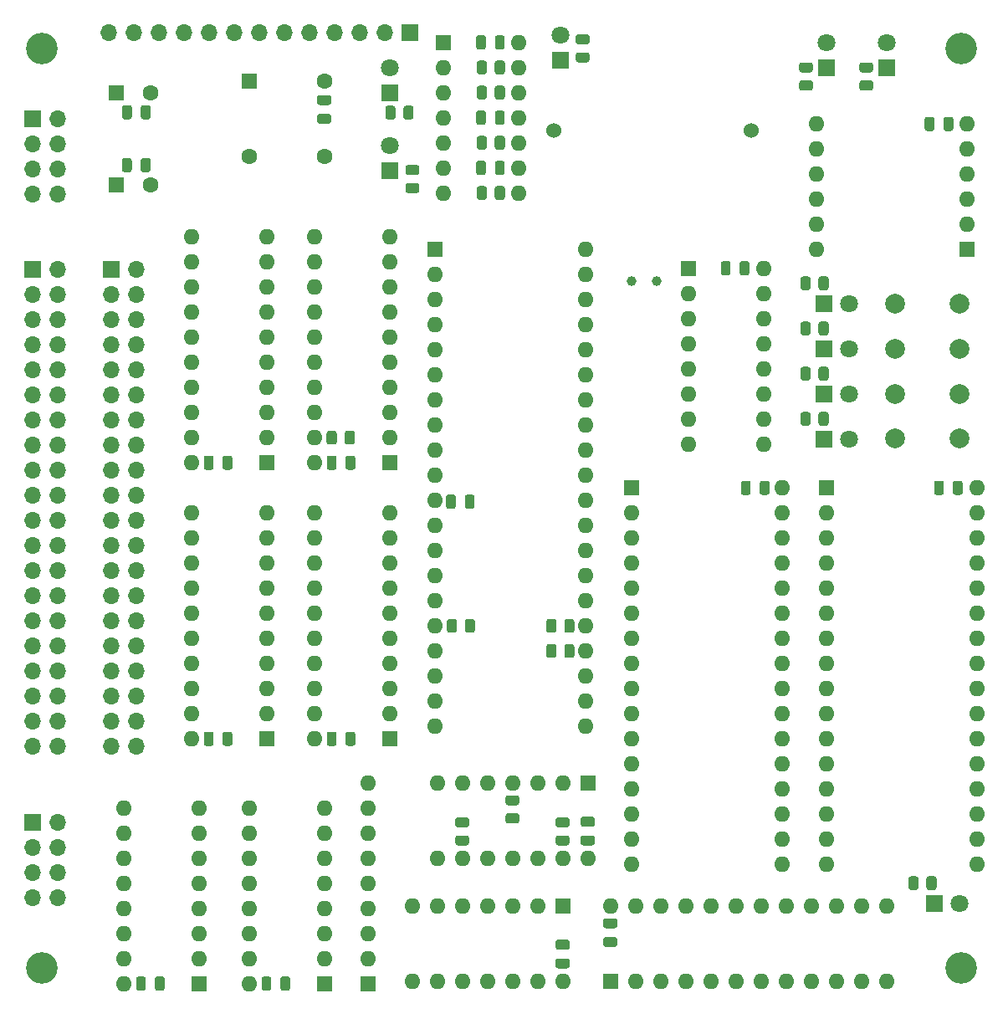
<source format=gbr>
%TF.GenerationSoftware,KiCad,Pcbnew,(5.1.9)-1*%
%TF.CreationDate,2021-05-23T14:47:50-04:00*%
%TF.ProjectId,cpu2,63707532-2e6b-4696-9361-645f70636258,rev?*%
%TF.SameCoordinates,Original*%
%TF.FileFunction,Soldermask,Bot*%
%TF.FilePolarity,Negative*%
%FSLAX46Y46*%
G04 Gerber Fmt 4.6, Leading zero omitted, Abs format (unit mm)*
G04 Created by KiCad (PCBNEW (5.1.9)-1) date 2021-05-23 14:47:50*
%MOMM*%
%LPD*%
G01*
G04 APERTURE LIST*
%ADD10C,3.200000*%
%ADD11C,1.800000*%
%ADD12R,1.800000X1.800000*%
%ADD13O,1.700000X1.700000*%
%ADD14R,1.700000X1.700000*%
%ADD15C,1.600000*%
%ADD16R,1.600000X1.600000*%
%ADD17C,2.000000*%
%ADD18O,1.600000X1.600000*%
%ADD19C,1.000000*%
%ADD20C,1.524000*%
G04 APERTURE END LIST*
D10*
%TO.C,M4*%
X23500000Y-116500000D03*
%TD*%
%TO.C,M3*%
X23500000Y-23500000D03*
%TD*%
%TO.C,M2*%
X116500000Y-116500000D03*
%TD*%
%TO.C,M1*%
X116500000Y-23500000D03*
%TD*%
%TO.C,R21*%
G36*
G01*
X102104000Y-61410001D02*
X102104000Y-60509999D01*
G75*
G02*
X102353999Y-60260000I249999J0D01*
G01*
X102879001Y-60260000D01*
G75*
G02*
X103129000Y-60509999I0J-249999D01*
G01*
X103129000Y-61410001D01*
G75*
G02*
X102879001Y-61660000I-249999J0D01*
G01*
X102353999Y-61660000D01*
G75*
G02*
X102104000Y-61410001I0J249999D01*
G01*
G37*
G36*
G01*
X100279000Y-61410001D02*
X100279000Y-60509999D01*
G75*
G02*
X100528999Y-60260000I249999J0D01*
G01*
X101054001Y-60260000D01*
G75*
G02*
X101304000Y-60509999I0J-249999D01*
G01*
X101304000Y-61410001D01*
G75*
G02*
X101054001Y-61660000I-249999J0D01*
G01*
X100528999Y-61660000D01*
G75*
G02*
X100279000Y-61410001I0J249999D01*
G01*
G37*
%TD*%
%TO.C,R20*%
G36*
G01*
X102104000Y-56838001D02*
X102104000Y-55937999D01*
G75*
G02*
X102353999Y-55688000I249999J0D01*
G01*
X102879001Y-55688000D01*
G75*
G02*
X103129000Y-55937999I0J-249999D01*
G01*
X103129000Y-56838001D01*
G75*
G02*
X102879001Y-57088000I-249999J0D01*
G01*
X102353999Y-57088000D01*
G75*
G02*
X102104000Y-56838001I0J249999D01*
G01*
G37*
G36*
G01*
X100279000Y-56838001D02*
X100279000Y-55937999D01*
G75*
G02*
X100528999Y-55688000I249999J0D01*
G01*
X101054001Y-55688000D01*
G75*
G02*
X101304000Y-55937999I0J-249999D01*
G01*
X101304000Y-56838001D01*
G75*
G02*
X101054001Y-57088000I-249999J0D01*
G01*
X100528999Y-57088000D01*
G75*
G02*
X100279000Y-56838001I0J249999D01*
G01*
G37*
%TD*%
D11*
%TO.C,D10*%
X105156000Y-62992000D03*
D12*
X102616000Y-62992000D03*
%TD*%
D11*
%TO.C,D9*%
X105156000Y-58420000D03*
D12*
X102616000Y-58420000D03*
%TD*%
%TO.C,R19*%
G36*
G01*
X113026000Y-108400001D02*
X113026000Y-107499999D01*
G75*
G02*
X113275999Y-107250000I249999J0D01*
G01*
X113801001Y-107250000D01*
G75*
G02*
X114051000Y-107499999I0J-249999D01*
G01*
X114051000Y-108400001D01*
G75*
G02*
X113801001Y-108650000I-249999J0D01*
G01*
X113275999Y-108650000D01*
G75*
G02*
X113026000Y-108400001I0J249999D01*
G01*
G37*
G36*
G01*
X111201000Y-108400001D02*
X111201000Y-107499999D01*
G75*
G02*
X111450999Y-107250000I249999J0D01*
G01*
X111976001Y-107250000D01*
G75*
G02*
X112226000Y-107499999I0J-249999D01*
G01*
X112226000Y-108400001D01*
G75*
G02*
X111976001Y-108650000I-249999J0D01*
G01*
X111450999Y-108650000D01*
G75*
G02*
X111201000Y-108400001I0J249999D01*
G01*
G37*
%TD*%
D11*
%TO.C,D8*%
X116332000Y-109982000D03*
D12*
X113792000Y-109982000D03*
%TD*%
%TO.C,R18*%
G36*
G01*
X107384001Y-25912500D02*
X106483999Y-25912500D01*
G75*
G02*
X106234000Y-25662501I0J249999D01*
G01*
X106234000Y-25137499D01*
G75*
G02*
X106483999Y-24887500I249999J0D01*
G01*
X107384001Y-24887500D01*
G75*
G02*
X107634000Y-25137499I0J-249999D01*
G01*
X107634000Y-25662501D01*
G75*
G02*
X107384001Y-25912500I-249999J0D01*
G01*
G37*
G36*
G01*
X107384001Y-27737500D02*
X106483999Y-27737500D01*
G75*
G02*
X106234000Y-27487501I0J249999D01*
G01*
X106234000Y-26962499D01*
G75*
G02*
X106483999Y-26712500I249999J0D01*
G01*
X107384001Y-26712500D01*
G75*
G02*
X107634000Y-26962499I0J-249999D01*
G01*
X107634000Y-27487501D01*
G75*
G02*
X107384001Y-27737500I-249999J0D01*
G01*
G37*
%TD*%
D11*
%TO.C,D7*%
X108966000Y-22860000D03*
D12*
X108966000Y-25400000D03*
%TD*%
%TO.C,R17*%
G36*
G01*
X101288001Y-25912500D02*
X100387999Y-25912500D01*
G75*
G02*
X100138000Y-25662501I0J249999D01*
G01*
X100138000Y-25137499D01*
G75*
G02*
X100387999Y-24887500I249999J0D01*
G01*
X101288001Y-24887500D01*
G75*
G02*
X101538000Y-25137499I0J-249999D01*
G01*
X101538000Y-25662501D01*
G75*
G02*
X101288001Y-25912500I-249999J0D01*
G01*
G37*
G36*
G01*
X101288001Y-27737500D02*
X100387999Y-27737500D01*
G75*
G02*
X100138000Y-27487501I0J249999D01*
G01*
X100138000Y-26962499D01*
G75*
G02*
X100387999Y-26712500I249999J0D01*
G01*
X101288001Y-26712500D01*
G75*
G02*
X101538000Y-26962499I0J-249999D01*
G01*
X101538000Y-27487501D01*
G75*
G02*
X101288001Y-27737500I-249999J0D01*
G01*
G37*
%TD*%
D11*
%TO.C,D6*%
X102870000Y-22860000D03*
D12*
X102870000Y-25400000D03*
%TD*%
D13*
%TO.C,J5*%
X30226000Y-21844000D03*
X32766000Y-21844000D03*
X35306000Y-21844000D03*
X37846000Y-21844000D03*
X40386000Y-21844000D03*
X42926000Y-21844000D03*
X45466000Y-21844000D03*
X48006000Y-21844000D03*
X50546000Y-21844000D03*
X53086000Y-21844000D03*
X55626000Y-21844000D03*
X58166000Y-21844000D03*
D14*
X60706000Y-21844000D03*
%TD*%
%TO.C,R16*%
G36*
G01*
X59290000Y-29521998D02*
X59290000Y-30422002D01*
G75*
G02*
X59040002Y-30672000I-249998J0D01*
G01*
X58514998Y-30672000D01*
G75*
G02*
X58265000Y-30422002I0J249998D01*
G01*
X58265000Y-29521998D01*
G75*
G02*
X58514998Y-29272000I249998J0D01*
G01*
X59040002Y-29272000D01*
G75*
G02*
X59290000Y-29521998I0J-249998D01*
G01*
G37*
G36*
G01*
X61115000Y-29521998D02*
X61115000Y-30422002D01*
G75*
G02*
X60865002Y-30672000I-249998J0D01*
G01*
X60339998Y-30672000D01*
G75*
G02*
X60090000Y-30422002I0J249998D01*
G01*
X60090000Y-29521998D01*
G75*
G02*
X60339998Y-29272000I249998J0D01*
G01*
X60865002Y-29272000D01*
G75*
G02*
X61115000Y-29521998I0J-249998D01*
G01*
G37*
%TD*%
%TO.C,R15*%
G36*
G01*
X61450002Y-36300000D02*
X60549998Y-36300000D01*
G75*
G02*
X60300000Y-36050002I0J249998D01*
G01*
X60300000Y-35524998D01*
G75*
G02*
X60549998Y-35275000I249998J0D01*
G01*
X61450002Y-35275000D01*
G75*
G02*
X61700000Y-35524998I0J-249998D01*
G01*
X61700000Y-36050002D01*
G75*
G02*
X61450002Y-36300000I-249998J0D01*
G01*
G37*
G36*
G01*
X61450002Y-38125000D02*
X60549998Y-38125000D01*
G75*
G02*
X60300000Y-37875002I0J249998D01*
G01*
X60300000Y-37349998D01*
G75*
G02*
X60549998Y-37100000I249998J0D01*
G01*
X61450002Y-37100000D01*
G75*
G02*
X61700000Y-37349998I0J-249998D01*
G01*
X61700000Y-37875002D01*
G75*
G02*
X61450002Y-38125000I-249998J0D01*
G01*
G37*
%TD*%
D11*
%TO.C,D5*%
X58674000Y-25400000D03*
D12*
X58674000Y-27940000D03*
%TD*%
D11*
%TO.C,D4*%
X58674000Y-33274000D03*
D12*
X58674000Y-35814000D03*
%TD*%
%TO.C,R14*%
G36*
G01*
X77781998Y-23871500D02*
X78682002Y-23871500D01*
G75*
G02*
X78932000Y-24121498I0J-249998D01*
G01*
X78932000Y-24646502D01*
G75*
G02*
X78682002Y-24896500I-249998J0D01*
G01*
X77781998Y-24896500D01*
G75*
G02*
X77532000Y-24646502I0J249998D01*
G01*
X77532000Y-24121498D01*
G75*
G02*
X77781998Y-23871500I249998J0D01*
G01*
G37*
G36*
G01*
X77781998Y-22046500D02*
X78682002Y-22046500D01*
G75*
G02*
X78932000Y-22296498I0J-249998D01*
G01*
X78932000Y-22821502D01*
G75*
G02*
X78682002Y-23071500I-249998J0D01*
G01*
X77781998Y-23071500D01*
G75*
G02*
X77532000Y-22821502I0J249998D01*
G01*
X77532000Y-22296498D01*
G75*
G02*
X77781998Y-22046500I249998J0D01*
G01*
G37*
%TD*%
D11*
%TO.C,D3*%
X75946000Y-22098000D03*
D12*
X75946000Y-24638000D03*
%TD*%
D15*
%TO.C,C3*%
X34500000Y-37300000D03*
D16*
X31000000Y-37300000D03*
%TD*%
D17*
%TO.C,SW2*%
X116332000Y-58420000D03*
X116332000Y-62920000D03*
X109832000Y-58420000D03*
X109832000Y-62920000D03*
%TD*%
%TO.C,SW1*%
X116332000Y-49348000D03*
X116332000Y-53848000D03*
X109832000Y-49348000D03*
X109832000Y-53848000D03*
%TD*%
D16*
%TO.C,U8*%
X88900000Y-45720000D03*
D18*
X96520000Y-63500000D03*
X88900000Y-48260000D03*
X96520000Y-60960000D03*
X88900000Y-50800000D03*
X96520000Y-58420000D03*
X88900000Y-53340000D03*
X96520000Y-55880000D03*
X88900000Y-55880000D03*
X96520000Y-53340000D03*
X88900000Y-58420000D03*
X96520000Y-50800000D03*
X88900000Y-60960000D03*
X96520000Y-48260000D03*
X88900000Y-63500000D03*
X96520000Y-45720000D03*
%TD*%
D19*
%TO.C,Y1*%
X85725000Y-46990000D03*
X83185000Y-46990000D03*
%TD*%
D20*
%TO.C,BT1*%
X75330000Y-31750000D03*
X95330000Y-31750000D03*
%TD*%
%TO.C,C23*%
G36*
G01*
X51595000Y-28202000D02*
X52545000Y-28202000D01*
G75*
G02*
X52795000Y-28452000I0J-250000D01*
G01*
X52795000Y-28952000D01*
G75*
G02*
X52545000Y-29202000I-250000J0D01*
G01*
X51595000Y-29202000D01*
G75*
G02*
X51345000Y-28952000I0J250000D01*
G01*
X51345000Y-28452000D01*
G75*
G02*
X51595000Y-28202000I250000J0D01*
G01*
G37*
G36*
G01*
X51595000Y-30102000D02*
X52545000Y-30102000D01*
G75*
G02*
X52795000Y-30352000I0J-250000D01*
G01*
X52795000Y-30852000D01*
G75*
G02*
X52545000Y-31102000I-250000J0D01*
G01*
X51595000Y-31102000D01*
G75*
G02*
X51345000Y-30852000I0J250000D01*
G01*
X51345000Y-30352000D01*
G75*
G02*
X51595000Y-30102000I250000J0D01*
G01*
G37*
%TD*%
%TO.C,C21*%
G36*
G01*
X33503900Y-35762200D02*
X33503900Y-34812200D01*
G75*
G02*
X33753900Y-34562200I250000J0D01*
G01*
X34253900Y-34562200D01*
G75*
G02*
X34503900Y-34812200I0J-250000D01*
G01*
X34503900Y-35762200D01*
G75*
G02*
X34253900Y-36012200I-250000J0D01*
G01*
X33753900Y-36012200D01*
G75*
G02*
X33503900Y-35762200I0J250000D01*
G01*
G37*
G36*
G01*
X31603900Y-35762200D02*
X31603900Y-34812200D01*
G75*
G02*
X31853900Y-34562200I250000J0D01*
G01*
X32353900Y-34562200D01*
G75*
G02*
X32603900Y-34812200I0J-250000D01*
G01*
X32603900Y-35762200D01*
G75*
G02*
X32353900Y-36012200I-250000J0D01*
G01*
X31853900Y-36012200D01*
G75*
G02*
X31603900Y-35762200I0J250000D01*
G01*
G37*
%TD*%
%TO.C,C20*%
G36*
G01*
X33503900Y-30408000D02*
X33503900Y-29458000D01*
G75*
G02*
X33753900Y-29208000I250000J0D01*
G01*
X34253900Y-29208000D01*
G75*
G02*
X34503900Y-29458000I0J-250000D01*
G01*
X34503900Y-30408000D01*
G75*
G02*
X34253900Y-30658000I-250000J0D01*
G01*
X33753900Y-30658000D01*
G75*
G02*
X33503900Y-30408000I0J250000D01*
G01*
G37*
G36*
G01*
X31603900Y-30408000D02*
X31603900Y-29458000D01*
G75*
G02*
X31853900Y-29208000I250000J0D01*
G01*
X32353900Y-29208000D01*
G75*
G02*
X32603900Y-29458000I0J-250000D01*
G01*
X32603900Y-30408000D01*
G75*
G02*
X32353900Y-30658000I-250000J0D01*
G01*
X31853900Y-30658000D01*
G75*
G02*
X31603900Y-30408000I0J250000D01*
G01*
G37*
%TD*%
%TO.C,C19*%
G36*
G01*
X79215000Y-102232000D02*
X78265000Y-102232000D01*
G75*
G02*
X78015000Y-101982000I0J250000D01*
G01*
X78015000Y-101482000D01*
G75*
G02*
X78265000Y-101232000I250000J0D01*
G01*
X79215000Y-101232000D01*
G75*
G02*
X79465000Y-101482000I0J-250000D01*
G01*
X79465000Y-101982000D01*
G75*
G02*
X79215000Y-102232000I-250000J0D01*
G01*
G37*
G36*
G01*
X79215000Y-104132000D02*
X78265000Y-104132000D01*
G75*
G02*
X78015000Y-103882000I0J250000D01*
G01*
X78015000Y-103382000D01*
G75*
G02*
X78265000Y-103132000I250000J0D01*
G01*
X79215000Y-103132000D01*
G75*
G02*
X79465000Y-103382000I0J-250000D01*
G01*
X79465000Y-103882000D01*
G75*
G02*
X79215000Y-104132000I-250000J0D01*
G01*
G37*
%TD*%
%TO.C,C18*%
G36*
G01*
X41786000Y-65880000D02*
X41786000Y-64930000D01*
G75*
G02*
X42036000Y-64680000I250000J0D01*
G01*
X42536000Y-64680000D01*
G75*
G02*
X42786000Y-64930000I0J-250000D01*
G01*
X42786000Y-65880000D01*
G75*
G02*
X42536000Y-66130000I-250000J0D01*
G01*
X42036000Y-66130000D01*
G75*
G02*
X41786000Y-65880000I0J250000D01*
G01*
G37*
G36*
G01*
X39886000Y-65880000D02*
X39886000Y-64930000D01*
G75*
G02*
X40136000Y-64680000I250000J0D01*
G01*
X40636000Y-64680000D01*
G75*
G02*
X40886000Y-64930000I0J-250000D01*
G01*
X40886000Y-65880000D01*
G75*
G02*
X40636000Y-66130000I-250000J0D01*
G01*
X40136000Y-66130000D01*
G75*
G02*
X39886000Y-65880000I0J250000D01*
G01*
G37*
%TD*%
%TO.C,C17*%
G36*
G01*
X54232000Y-93820000D02*
X54232000Y-92870000D01*
G75*
G02*
X54482000Y-92620000I250000J0D01*
G01*
X54982000Y-92620000D01*
G75*
G02*
X55232000Y-92870000I0J-250000D01*
G01*
X55232000Y-93820000D01*
G75*
G02*
X54982000Y-94070000I-250000J0D01*
G01*
X54482000Y-94070000D01*
G75*
G02*
X54232000Y-93820000I0J250000D01*
G01*
G37*
G36*
G01*
X52332000Y-93820000D02*
X52332000Y-92870000D01*
G75*
G02*
X52582000Y-92620000I250000J0D01*
G01*
X53082000Y-92620000D01*
G75*
G02*
X53332000Y-92870000I0J-250000D01*
G01*
X53332000Y-93820000D01*
G75*
G02*
X53082000Y-94070000I-250000J0D01*
G01*
X52582000Y-94070000D01*
G75*
G02*
X52332000Y-93820000I0J250000D01*
G01*
G37*
%TD*%
%TO.C,C16*%
G36*
G01*
X41786000Y-93820000D02*
X41786000Y-92870000D01*
G75*
G02*
X42036000Y-92620000I250000J0D01*
G01*
X42536000Y-92620000D01*
G75*
G02*
X42786000Y-92870000I0J-250000D01*
G01*
X42786000Y-93820000D01*
G75*
G02*
X42536000Y-94070000I-250000J0D01*
G01*
X42036000Y-94070000D01*
G75*
G02*
X41786000Y-93820000I0J250000D01*
G01*
G37*
G36*
G01*
X39886000Y-93820000D02*
X39886000Y-92870000D01*
G75*
G02*
X40136000Y-92620000I250000J0D01*
G01*
X40636000Y-92620000D01*
G75*
G02*
X40886000Y-92870000I0J-250000D01*
G01*
X40886000Y-93820000D01*
G75*
G02*
X40636000Y-94070000I-250000J0D01*
G01*
X40136000Y-94070000D01*
G75*
G02*
X39886000Y-93820000I0J250000D01*
G01*
G37*
%TD*%
%TO.C,C15*%
G36*
G01*
X47628000Y-118585000D02*
X47628000Y-117635000D01*
G75*
G02*
X47878000Y-117385000I250000J0D01*
G01*
X48378000Y-117385000D01*
G75*
G02*
X48628000Y-117635000I0J-250000D01*
G01*
X48628000Y-118585000D01*
G75*
G02*
X48378000Y-118835000I-250000J0D01*
G01*
X47878000Y-118835000D01*
G75*
G02*
X47628000Y-118585000I0J250000D01*
G01*
G37*
G36*
G01*
X45728000Y-118585000D02*
X45728000Y-117635000D01*
G75*
G02*
X45978000Y-117385000I250000J0D01*
G01*
X46478000Y-117385000D01*
G75*
G02*
X46728000Y-117635000I0J-250000D01*
G01*
X46728000Y-118585000D01*
G75*
G02*
X46478000Y-118835000I-250000J0D01*
G01*
X45978000Y-118835000D01*
G75*
G02*
X45728000Y-118585000I0J250000D01*
G01*
G37*
%TD*%
%TO.C,C14*%
G36*
G01*
X94247000Y-68420000D02*
X94247000Y-67470000D01*
G75*
G02*
X94497000Y-67220000I250000J0D01*
G01*
X94997000Y-67220000D01*
G75*
G02*
X95247000Y-67470000I0J-250000D01*
G01*
X95247000Y-68420000D01*
G75*
G02*
X94997000Y-68670000I-250000J0D01*
G01*
X94497000Y-68670000D01*
G75*
G02*
X94247000Y-68420000I0J250000D01*
G01*
G37*
G36*
G01*
X96147000Y-68420000D02*
X96147000Y-67470000D01*
G75*
G02*
X96397000Y-67220000I250000J0D01*
G01*
X96897000Y-67220000D01*
G75*
G02*
X97147000Y-67470000I0J-250000D01*
G01*
X97147000Y-68420000D01*
G75*
G02*
X96897000Y-68670000I-250000J0D01*
G01*
X96397000Y-68670000D01*
G75*
G02*
X96147000Y-68420000I0J250000D01*
G01*
G37*
%TD*%
%TO.C,C13*%
G36*
G01*
X54232000Y-65880000D02*
X54232000Y-64930000D01*
G75*
G02*
X54482000Y-64680000I250000J0D01*
G01*
X54982000Y-64680000D01*
G75*
G02*
X55232000Y-64930000I0J-250000D01*
G01*
X55232000Y-65880000D01*
G75*
G02*
X54982000Y-66130000I-250000J0D01*
G01*
X54482000Y-66130000D01*
G75*
G02*
X54232000Y-65880000I0J250000D01*
G01*
G37*
G36*
G01*
X52332000Y-65880000D02*
X52332000Y-64930000D01*
G75*
G02*
X52582000Y-64680000I250000J0D01*
G01*
X53082000Y-64680000D01*
G75*
G02*
X53332000Y-64930000I0J-250000D01*
G01*
X53332000Y-65880000D01*
G75*
G02*
X53082000Y-66130000I-250000J0D01*
G01*
X52582000Y-66130000D01*
G75*
G02*
X52332000Y-65880000I0J250000D01*
G01*
G37*
%TD*%
%TO.C,C12*%
G36*
G01*
X80551000Y-111514000D02*
X81501000Y-111514000D01*
G75*
G02*
X81751000Y-111764000I0J-250000D01*
G01*
X81751000Y-112264000D01*
G75*
G02*
X81501000Y-112514000I-250000J0D01*
G01*
X80551000Y-112514000D01*
G75*
G02*
X80301000Y-112264000I0J250000D01*
G01*
X80301000Y-111764000D01*
G75*
G02*
X80551000Y-111514000I250000J0D01*
G01*
G37*
G36*
G01*
X80551000Y-113414000D02*
X81501000Y-113414000D01*
G75*
G02*
X81751000Y-113664000I0J-250000D01*
G01*
X81751000Y-114164000D01*
G75*
G02*
X81501000Y-114414000I-250000J0D01*
G01*
X80551000Y-114414000D01*
G75*
G02*
X80301000Y-114164000I0J250000D01*
G01*
X80301000Y-113664000D01*
G75*
G02*
X80551000Y-113414000I250000J0D01*
G01*
G37*
%TD*%
%TO.C,C11*%
G36*
G01*
X76675000Y-114678000D02*
X75725000Y-114678000D01*
G75*
G02*
X75475000Y-114428000I0J250000D01*
G01*
X75475000Y-113928000D01*
G75*
G02*
X75725000Y-113678000I250000J0D01*
G01*
X76675000Y-113678000D01*
G75*
G02*
X76925000Y-113928000I0J-250000D01*
G01*
X76925000Y-114428000D01*
G75*
G02*
X76675000Y-114678000I-250000J0D01*
G01*
G37*
G36*
G01*
X76675000Y-116578000D02*
X75725000Y-116578000D01*
G75*
G02*
X75475000Y-116328000I0J250000D01*
G01*
X75475000Y-115828000D01*
G75*
G02*
X75725000Y-115578000I250000J0D01*
G01*
X76675000Y-115578000D01*
G75*
G02*
X76925000Y-115828000I0J-250000D01*
G01*
X76925000Y-116328000D01*
G75*
G02*
X76675000Y-116578000I-250000J0D01*
G01*
G37*
%TD*%
%TO.C,C10*%
G36*
G01*
X114800000Y-67470000D02*
X114800000Y-68420000D01*
G75*
G02*
X114550000Y-68670000I-250000J0D01*
G01*
X114050000Y-68670000D01*
G75*
G02*
X113800000Y-68420000I0J250000D01*
G01*
X113800000Y-67470000D01*
G75*
G02*
X114050000Y-67220000I250000J0D01*
G01*
X114550000Y-67220000D01*
G75*
G02*
X114800000Y-67470000I0J-250000D01*
G01*
G37*
G36*
G01*
X116700000Y-67470000D02*
X116700000Y-68420000D01*
G75*
G02*
X116450000Y-68670000I-250000J0D01*
G01*
X115950000Y-68670000D01*
G75*
G02*
X115700000Y-68420000I0J250000D01*
G01*
X115700000Y-67470000D01*
G75*
G02*
X115950000Y-67220000I250000J0D01*
G01*
X116450000Y-67220000D01*
G75*
G02*
X116700000Y-67470000I0J-250000D01*
G01*
G37*
%TD*%
%TO.C,C9*%
G36*
G01*
X66297000Y-69817000D02*
X66297000Y-68867000D01*
G75*
G02*
X66547000Y-68617000I250000J0D01*
G01*
X67047000Y-68617000D01*
G75*
G02*
X67297000Y-68867000I0J-250000D01*
G01*
X67297000Y-69817000D01*
G75*
G02*
X67047000Y-70067000I-250000J0D01*
G01*
X66547000Y-70067000D01*
G75*
G02*
X66297000Y-69817000I0J250000D01*
G01*
G37*
G36*
G01*
X64397000Y-69817000D02*
X64397000Y-68867000D01*
G75*
G02*
X64647000Y-68617000I250000J0D01*
G01*
X65147000Y-68617000D01*
G75*
G02*
X65397000Y-68867000I0J-250000D01*
G01*
X65397000Y-69817000D01*
G75*
G02*
X65147000Y-70067000I-250000J0D01*
G01*
X64647000Y-70067000D01*
G75*
G02*
X64397000Y-69817000I0J250000D01*
G01*
G37*
%TD*%
D15*
%TO.C,C8*%
X34500000Y-28000000D03*
D16*
X31000000Y-28000000D03*
%TD*%
D18*
%TO.C,U10*%
X78740000Y-105410000D03*
X63500000Y-97790000D03*
X76200000Y-105410000D03*
X66040000Y-97790000D03*
X73660000Y-105410000D03*
X68580000Y-97790000D03*
X71120000Y-105410000D03*
X71120000Y-97790000D03*
X68580000Y-105410000D03*
X73660000Y-97790000D03*
X66040000Y-105410000D03*
X76200000Y-97790000D03*
X63500000Y-105410000D03*
D16*
X78740000Y-97790000D03*
%TD*%
D18*
%TO.C,U6*%
X76200000Y-117856000D03*
X60960000Y-110236000D03*
X73660000Y-117856000D03*
X63500000Y-110236000D03*
X71120000Y-117856000D03*
X66040000Y-110236000D03*
X68580000Y-117856000D03*
X68580000Y-110236000D03*
X66040000Y-117856000D03*
X71120000Y-110236000D03*
X63500000Y-117856000D03*
X73660000Y-110236000D03*
X60960000Y-117856000D03*
D16*
X76200000Y-110236000D03*
%TD*%
D18*
%TO.C,U1*%
X71755000Y-22860000D03*
X64135000Y-38100000D03*
X71755000Y-25400000D03*
X64135000Y-35560000D03*
X71755000Y-27940000D03*
X64135000Y-33020000D03*
X71755000Y-30480000D03*
X64135000Y-30480000D03*
X71755000Y-33020000D03*
X64135000Y-27940000D03*
X71755000Y-35560000D03*
X64135000Y-25400000D03*
X71755000Y-38100000D03*
D16*
X64135000Y-22860000D03*
%TD*%
D18*
%TO.C,U5*%
X81026000Y-110236000D03*
X108966000Y-117856000D03*
X83566000Y-110236000D03*
X106426000Y-117856000D03*
X86106000Y-110236000D03*
X103886000Y-117856000D03*
X88646000Y-110236000D03*
X101346000Y-117856000D03*
X91186000Y-110236000D03*
X98806000Y-117856000D03*
X93726000Y-110236000D03*
X96266000Y-117856000D03*
X96266000Y-110236000D03*
X93726000Y-117856000D03*
X98806000Y-110236000D03*
X91186000Y-117856000D03*
X101346000Y-110236000D03*
X88646000Y-117856000D03*
X103886000Y-110236000D03*
X86106000Y-117856000D03*
X106426000Y-110236000D03*
X83566000Y-117856000D03*
X108966000Y-110236000D03*
D16*
X81026000Y-117856000D03*
%TD*%
D18*
%TO.C,U4*%
X44450000Y-118110000D03*
X52070000Y-100330000D03*
X44450000Y-115570000D03*
X52070000Y-102870000D03*
X44450000Y-113030000D03*
X52070000Y-105410000D03*
X44450000Y-110490000D03*
X52070000Y-107950000D03*
X44450000Y-107950000D03*
X52070000Y-110490000D03*
X44450000Y-105410000D03*
X52070000Y-113030000D03*
X44450000Y-102870000D03*
X52070000Y-115570000D03*
X44450000Y-100330000D03*
D16*
X52070000Y-118110000D03*
%TD*%
D18*
%TO.C,U3*%
X31750000Y-118110000D03*
X39370000Y-100330000D03*
X31750000Y-115570000D03*
X39370000Y-102870000D03*
X31750000Y-113030000D03*
X39370000Y-105410000D03*
X31750000Y-110490000D03*
X39370000Y-107950000D03*
X31750000Y-107950000D03*
X39370000Y-110490000D03*
X31750000Y-105410000D03*
X39370000Y-113030000D03*
X31750000Y-102870000D03*
X39370000Y-115570000D03*
X31750000Y-100330000D03*
D16*
X39370000Y-118110000D03*
%TD*%
D18*
%TO.C,U2*%
X78499000Y-43815000D03*
X63259000Y-92075000D03*
X78499000Y-46355000D03*
X63259000Y-89535000D03*
X78499000Y-48895000D03*
X63259000Y-86995000D03*
X78499000Y-51435000D03*
X63259000Y-84455000D03*
X78499000Y-53975000D03*
X63259000Y-81915000D03*
X78499000Y-56515000D03*
X63259000Y-79375000D03*
X78499000Y-59055000D03*
X63259000Y-76835000D03*
X78499000Y-61595000D03*
X63259000Y-74295000D03*
X78499000Y-64135000D03*
X63259000Y-71755000D03*
X78499000Y-66675000D03*
X63259000Y-69215000D03*
X78499000Y-69215000D03*
X63259000Y-66675000D03*
X78499000Y-71755000D03*
X63259000Y-64135000D03*
X78499000Y-74295000D03*
X63259000Y-61595000D03*
X78499000Y-76835000D03*
X63259000Y-59055000D03*
X78499000Y-79375000D03*
X63259000Y-56515000D03*
X78499000Y-81915000D03*
X63259000Y-53975000D03*
X78499000Y-84455000D03*
X63259000Y-51435000D03*
X78499000Y-86995000D03*
X63259000Y-48895000D03*
X78499000Y-89535000D03*
X63259000Y-46355000D03*
X78499000Y-92075000D03*
D16*
X63259000Y-43815000D03*
%TD*%
%TO.C,U12*%
X83185000Y-67945000D03*
D18*
X98425000Y-106045000D03*
X83185000Y-70485000D03*
X98425000Y-103505000D03*
X83185000Y-73025000D03*
X98425000Y-100965000D03*
X83185000Y-75565000D03*
X98425000Y-98425000D03*
X83185000Y-78105000D03*
X98425000Y-95885000D03*
X83185000Y-80645000D03*
X98425000Y-93345000D03*
X83185000Y-83185000D03*
X98425000Y-90805000D03*
X83185000Y-85725000D03*
X98425000Y-88265000D03*
X83185000Y-88265000D03*
X98425000Y-85725000D03*
X83185000Y-90805000D03*
X98425000Y-83185000D03*
X83185000Y-93345000D03*
X98425000Y-80645000D03*
X83185000Y-95885000D03*
X98425000Y-78105000D03*
X83185000Y-98425000D03*
X98425000Y-75565000D03*
X83185000Y-100965000D03*
X98425000Y-73025000D03*
X83185000Y-103505000D03*
X98425000Y-70485000D03*
X83185000Y-106045000D03*
X98425000Y-67945000D03*
%TD*%
%TO.C,U11*%
X118110000Y-67945000D03*
X102870000Y-106045000D03*
X118110000Y-70485000D03*
X102870000Y-103505000D03*
X118110000Y-73025000D03*
X102870000Y-100965000D03*
X118110000Y-75565000D03*
X102870000Y-98425000D03*
X118110000Y-78105000D03*
X102870000Y-95885000D03*
X118110000Y-80645000D03*
X102870000Y-93345000D03*
X118110000Y-83185000D03*
X102870000Y-90805000D03*
X118110000Y-85725000D03*
X102870000Y-88265000D03*
X118110000Y-88265000D03*
X102870000Y-85725000D03*
X118110000Y-90805000D03*
X102870000Y-83185000D03*
X118110000Y-93345000D03*
X102870000Y-80645000D03*
X118110000Y-95885000D03*
X102870000Y-78105000D03*
X118110000Y-98425000D03*
X102870000Y-75565000D03*
X118110000Y-100965000D03*
X102870000Y-73025000D03*
X118110000Y-103505000D03*
X102870000Y-70485000D03*
X118110000Y-106045000D03*
D16*
X102870000Y-67945000D03*
%TD*%
D18*
%TO.C,U16*%
X38608000Y-65405000D03*
X46228000Y-42545000D03*
X38608000Y-62865000D03*
X46228000Y-45085000D03*
X38608000Y-60325000D03*
X46228000Y-47625000D03*
X38608000Y-57785000D03*
X46228000Y-50165000D03*
X38608000Y-55245000D03*
X46228000Y-52705000D03*
X38608000Y-52705000D03*
X46228000Y-55245000D03*
X38608000Y-50165000D03*
X46228000Y-57785000D03*
X38608000Y-47625000D03*
X46228000Y-60325000D03*
X38608000Y-45085000D03*
X46228000Y-62865000D03*
X38608000Y-42545000D03*
D16*
X46228000Y-65405000D03*
%TD*%
D18*
%TO.C,U15*%
X51054000Y-93345000D03*
X58674000Y-70485000D03*
X51054000Y-90805000D03*
X58674000Y-73025000D03*
X51054000Y-88265000D03*
X58674000Y-75565000D03*
X51054000Y-85725000D03*
X58674000Y-78105000D03*
X51054000Y-83185000D03*
X58674000Y-80645000D03*
X51054000Y-80645000D03*
X58674000Y-83185000D03*
X51054000Y-78105000D03*
X58674000Y-85725000D03*
X51054000Y-75565000D03*
X58674000Y-88265000D03*
X51054000Y-73025000D03*
X58674000Y-90805000D03*
X51054000Y-70485000D03*
D16*
X58674000Y-93345000D03*
%TD*%
D18*
%TO.C,U14*%
X51054000Y-65405000D03*
X58674000Y-42545000D03*
X51054000Y-62865000D03*
X58674000Y-45085000D03*
X51054000Y-60325000D03*
X58674000Y-47625000D03*
X51054000Y-57785000D03*
X58674000Y-50165000D03*
X51054000Y-55245000D03*
X58674000Y-52705000D03*
X51054000Y-52705000D03*
X58674000Y-55245000D03*
X51054000Y-50165000D03*
X58674000Y-57785000D03*
X51054000Y-47625000D03*
X58674000Y-60325000D03*
X51054000Y-45085000D03*
X58674000Y-62865000D03*
X51054000Y-42545000D03*
D16*
X58674000Y-65405000D03*
%TD*%
%TO.C,U13*%
X46228000Y-93345000D03*
D18*
X38608000Y-70485000D03*
X46228000Y-90805000D03*
X38608000Y-73025000D03*
X46228000Y-88265000D03*
X38608000Y-75565000D03*
X46228000Y-85725000D03*
X38608000Y-78105000D03*
X46228000Y-83185000D03*
X38608000Y-80645000D03*
X46228000Y-80645000D03*
X38608000Y-83185000D03*
X46228000Y-78105000D03*
X38608000Y-85725000D03*
X46228000Y-75565000D03*
X38608000Y-88265000D03*
X46228000Y-73025000D03*
X38608000Y-90805000D03*
X46228000Y-70485000D03*
X38608000Y-93345000D03*
%TD*%
D14*
%TO.C,J2*%
X22540000Y-30600000D03*
D13*
X25080000Y-30600000D03*
X22540000Y-33140000D03*
X25080000Y-33140000D03*
X22540000Y-35680000D03*
X25080000Y-35680000D03*
X22540000Y-38220000D03*
X25080000Y-38220000D03*
%TD*%
%TO.C,J1*%
X25080000Y-109400000D03*
X22540000Y-109400000D03*
X25080000Y-106860000D03*
X22540000Y-106860000D03*
X25080000Y-104320000D03*
X22540000Y-104320000D03*
X25080000Y-101780000D03*
D14*
X22540000Y-101780000D03*
%TD*%
%TO.C,R9*%
G36*
G01*
X102104000Y-47694002D02*
X102104000Y-46793998D01*
G75*
G02*
X102353998Y-46544000I249998J0D01*
G01*
X102879002Y-46544000D01*
G75*
G02*
X103129000Y-46793998I0J-249998D01*
G01*
X103129000Y-47694002D01*
G75*
G02*
X102879002Y-47944000I-249998J0D01*
G01*
X102353998Y-47944000D01*
G75*
G02*
X102104000Y-47694002I0J249998D01*
G01*
G37*
G36*
G01*
X100279000Y-47694002D02*
X100279000Y-46793998D01*
G75*
G02*
X100528998Y-46544000I249998J0D01*
G01*
X101054002Y-46544000D01*
G75*
G02*
X101304000Y-46793998I0J-249998D01*
G01*
X101304000Y-47694002D01*
G75*
G02*
X101054002Y-47944000I-249998J0D01*
G01*
X100528998Y-47944000D01*
G75*
G02*
X100279000Y-47694002I0J249998D01*
G01*
G37*
%TD*%
D11*
%TO.C,D2*%
X105156000Y-49276000D03*
D12*
X102616000Y-49276000D03*
%TD*%
D13*
%TO.C,J4*%
X33080000Y-94130000D03*
X30540000Y-94130000D03*
X33080000Y-91590000D03*
X30540000Y-91590000D03*
X33080000Y-89050000D03*
X30540000Y-89050000D03*
X33080000Y-86510000D03*
X30540000Y-86510000D03*
X33080000Y-83970000D03*
X30540000Y-83970000D03*
X33080000Y-81430000D03*
X30540000Y-81430000D03*
X33080000Y-78890000D03*
X30540000Y-78890000D03*
X33080000Y-76350000D03*
X30540000Y-76350000D03*
X33080000Y-73810000D03*
X30540000Y-73810000D03*
X33080000Y-71270000D03*
X30540000Y-71270000D03*
X33080000Y-68730000D03*
X30540000Y-68730000D03*
X33080000Y-66190000D03*
X30540000Y-66190000D03*
X33080000Y-63650000D03*
X30540000Y-63650000D03*
X33080000Y-61110000D03*
X30540000Y-61110000D03*
X33080000Y-58570000D03*
X30540000Y-58570000D03*
X33080000Y-56030000D03*
X30540000Y-56030000D03*
X33080000Y-53490000D03*
X30540000Y-53490000D03*
X33080000Y-50950000D03*
X30540000Y-50950000D03*
X33080000Y-48410000D03*
X30540000Y-48410000D03*
X33080000Y-45870000D03*
D14*
X30540000Y-45870000D03*
%TD*%
%TO.C,R13*%
G36*
G01*
X53344500Y-62414998D02*
X53344500Y-63315002D01*
G75*
G02*
X53094502Y-63565000I-249998J0D01*
G01*
X52569498Y-63565000D01*
G75*
G02*
X52319500Y-63315002I0J249998D01*
G01*
X52319500Y-62414998D01*
G75*
G02*
X52569498Y-62165000I249998J0D01*
G01*
X53094502Y-62165000D01*
G75*
G02*
X53344500Y-62414998I0J-249998D01*
G01*
G37*
G36*
G01*
X55169500Y-62414998D02*
X55169500Y-63315002D01*
G75*
G02*
X54919502Y-63565000I-249998J0D01*
G01*
X54394498Y-63565000D01*
G75*
G02*
X54144500Y-63315002I0J249998D01*
G01*
X54144500Y-62414998D01*
G75*
G02*
X54394498Y-62165000I249998J0D01*
G01*
X54919502Y-62165000D01*
G75*
G02*
X55169500Y-62414998I0J-249998D01*
G01*
G37*
%TD*%
D16*
%TO.C,X1*%
X44450000Y-26797000D03*
D15*
X52070000Y-26797000D03*
X52070000Y-34417000D03*
X44450000Y-34417000D03*
%TD*%
%TO.C,R12*%
G36*
G01*
X76650002Y-102320000D02*
X75749998Y-102320000D01*
G75*
G02*
X75500000Y-102070002I0J249998D01*
G01*
X75500000Y-101544998D01*
G75*
G02*
X75749998Y-101295000I249998J0D01*
G01*
X76650002Y-101295000D01*
G75*
G02*
X76900000Y-101544998I0J-249998D01*
G01*
X76900000Y-102070002D01*
G75*
G02*
X76650002Y-102320000I-249998J0D01*
G01*
G37*
G36*
G01*
X76650002Y-104145000D02*
X75749998Y-104145000D01*
G75*
G02*
X75500000Y-103895002I0J249998D01*
G01*
X75500000Y-103369998D01*
G75*
G02*
X75749998Y-103120000I249998J0D01*
G01*
X76650002Y-103120000D01*
G75*
G02*
X76900000Y-103369998I0J-249998D01*
G01*
X76900000Y-103895002D01*
G75*
G02*
X76650002Y-104145000I-249998J0D01*
G01*
G37*
%TD*%
%TO.C,R11*%
G36*
G01*
X66490002Y-102320000D02*
X65589998Y-102320000D01*
G75*
G02*
X65340000Y-102070002I0J249998D01*
G01*
X65340000Y-101544998D01*
G75*
G02*
X65589998Y-101295000I249998J0D01*
G01*
X66490002Y-101295000D01*
G75*
G02*
X66740000Y-101544998I0J-249998D01*
G01*
X66740000Y-102070002D01*
G75*
G02*
X66490002Y-102320000I-249998J0D01*
G01*
G37*
G36*
G01*
X66490002Y-104145000D02*
X65589998Y-104145000D01*
G75*
G02*
X65340000Y-103895002I0J249998D01*
G01*
X65340000Y-103369998D01*
G75*
G02*
X65589998Y-103120000I249998J0D01*
G01*
X66490002Y-103120000D01*
G75*
G02*
X66740000Y-103369998I0J-249998D01*
G01*
X66740000Y-103895002D01*
G75*
G02*
X66490002Y-104145000I-249998J0D01*
G01*
G37*
%TD*%
%TO.C,R10*%
G36*
G01*
X70669998Y-100880000D02*
X71570002Y-100880000D01*
G75*
G02*
X71820000Y-101129998I0J-249998D01*
G01*
X71820000Y-101655002D01*
G75*
G02*
X71570002Y-101905000I-249998J0D01*
G01*
X70669998Y-101905000D01*
G75*
G02*
X70420000Y-101655002I0J249998D01*
G01*
X70420000Y-101129998D01*
G75*
G02*
X70669998Y-100880000I249998J0D01*
G01*
G37*
G36*
G01*
X70669998Y-99055000D02*
X71570002Y-99055000D01*
G75*
G02*
X71820000Y-99304998I0J-249998D01*
G01*
X71820000Y-99830002D01*
G75*
G02*
X71570002Y-100080000I-249998J0D01*
G01*
X70669998Y-100080000D01*
G75*
G02*
X70420000Y-99830002I0J249998D01*
G01*
X70420000Y-99304998D01*
G75*
G02*
X70669998Y-99055000I249998J0D01*
G01*
G37*
%TD*%
D11*
%TO.C,D1*%
X105156000Y-53848000D03*
D12*
X102616000Y-53848000D03*
%TD*%
%TO.C,R8*%
G36*
G01*
X102104000Y-52266002D02*
X102104000Y-51365998D01*
G75*
G02*
X102353998Y-51116000I249998J0D01*
G01*
X102879002Y-51116000D01*
G75*
G02*
X103129000Y-51365998I0J-249998D01*
G01*
X103129000Y-52266002D01*
G75*
G02*
X102879002Y-52516000I-249998J0D01*
G01*
X102353998Y-52516000D01*
G75*
G02*
X102104000Y-52266002I0J249998D01*
G01*
G37*
G36*
G01*
X100279000Y-52266002D02*
X100279000Y-51365998D01*
G75*
G02*
X100528998Y-51116000I249998J0D01*
G01*
X101054002Y-51116000D01*
G75*
G02*
X101304000Y-51365998I0J-249998D01*
G01*
X101304000Y-52266002D01*
G75*
G02*
X101054002Y-52516000I-249998J0D01*
G01*
X100528998Y-52516000D01*
G75*
G02*
X100279000Y-52266002I0J249998D01*
G01*
G37*
%TD*%
%TO.C,R7*%
G36*
G01*
X75569500Y-81464998D02*
X75569500Y-82365002D01*
G75*
G02*
X75319502Y-82615000I-249998J0D01*
G01*
X74794498Y-82615000D01*
G75*
G02*
X74544500Y-82365002I0J249998D01*
G01*
X74544500Y-81464998D01*
G75*
G02*
X74794498Y-81215000I249998J0D01*
G01*
X75319502Y-81215000D01*
G75*
G02*
X75569500Y-81464998I0J-249998D01*
G01*
G37*
G36*
G01*
X77394500Y-81464998D02*
X77394500Y-82365002D01*
G75*
G02*
X77144502Y-82615000I-249998J0D01*
G01*
X76619498Y-82615000D01*
G75*
G02*
X76369500Y-82365002I0J249998D01*
G01*
X76369500Y-81464998D01*
G75*
G02*
X76619498Y-81215000I249998J0D01*
G01*
X77144502Y-81215000D01*
G75*
G02*
X77394500Y-81464998I0J-249998D01*
G01*
G37*
%TD*%
%TO.C,R6*%
G36*
G01*
X75569500Y-84004998D02*
X75569500Y-84905002D01*
G75*
G02*
X75319502Y-85155000I-249998J0D01*
G01*
X74794498Y-85155000D01*
G75*
G02*
X74544500Y-84905002I0J249998D01*
G01*
X74544500Y-84004998D01*
G75*
G02*
X74794498Y-83755000I249998J0D01*
G01*
X75319502Y-83755000D01*
G75*
G02*
X75569500Y-84004998I0J-249998D01*
G01*
G37*
G36*
G01*
X77394500Y-84004998D02*
X77394500Y-84905002D01*
G75*
G02*
X77144502Y-85155000I-249998J0D01*
G01*
X76619498Y-85155000D01*
G75*
G02*
X76369500Y-84905002I0J249998D01*
G01*
X76369500Y-84004998D01*
G75*
G02*
X76619498Y-83755000I249998J0D01*
G01*
X77144502Y-83755000D01*
G75*
G02*
X77394500Y-84004998I0J-249998D01*
G01*
G37*
%TD*%
%TO.C,R5*%
G36*
G01*
X66313000Y-82365002D02*
X66313000Y-81464998D01*
G75*
G02*
X66562998Y-81215000I249998J0D01*
G01*
X67088002Y-81215000D01*
G75*
G02*
X67338000Y-81464998I0J-249998D01*
G01*
X67338000Y-82365002D01*
G75*
G02*
X67088002Y-82615000I-249998J0D01*
G01*
X66562998Y-82615000D01*
G75*
G02*
X66313000Y-82365002I0J249998D01*
G01*
G37*
G36*
G01*
X64488000Y-82365002D02*
X64488000Y-81464998D01*
G75*
G02*
X64737998Y-81215000I249998J0D01*
G01*
X65263002Y-81215000D01*
G75*
G02*
X65513000Y-81464998I0J-249998D01*
G01*
X65513000Y-82365002D01*
G75*
G02*
X65263002Y-82615000I-249998J0D01*
G01*
X64737998Y-82615000D01*
G75*
G02*
X64488000Y-82365002I0J249998D01*
G01*
G37*
%TD*%
%TO.C,R4*%
G36*
G01*
X68537500Y-27489998D02*
X68537500Y-28390002D01*
G75*
G02*
X68287502Y-28640000I-249998J0D01*
G01*
X67762498Y-28640000D01*
G75*
G02*
X67512500Y-28390002I0J249998D01*
G01*
X67512500Y-27489998D01*
G75*
G02*
X67762498Y-27240000I249998J0D01*
G01*
X68287502Y-27240000D01*
G75*
G02*
X68537500Y-27489998I0J-249998D01*
G01*
G37*
G36*
G01*
X70362500Y-27489998D02*
X70362500Y-28390002D01*
G75*
G02*
X70112502Y-28640000I-249998J0D01*
G01*
X69587498Y-28640000D01*
G75*
G02*
X69337500Y-28390002I0J249998D01*
G01*
X69337500Y-27489998D01*
G75*
G02*
X69587498Y-27240000I249998J0D01*
G01*
X70112502Y-27240000D01*
G75*
G02*
X70362500Y-27489998I0J-249998D01*
G01*
G37*
%TD*%
%TO.C,R3*%
G36*
G01*
X68537500Y-37649998D02*
X68537500Y-38550002D01*
G75*
G02*
X68287502Y-38800000I-249998J0D01*
G01*
X67762498Y-38800000D01*
G75*
G02*
X67512500Y-38550002I0J249998D01*
G01*
X67512500Y-37649998D01*
G75*
G02*
X67762498Y-37400000I249998J0D01*
G01*
X68287502Y-37400000D01*
G75*
G02*
X68537500Y-37649998I0J-249998D01*
G01*
G37*
G36*
G01*
X70362500Y-37649998D02*
X70362500Y-38550002D01*
G75*
G02*
X70112502Y-38800000I-249998J0D01*
G01*
X69587498Y-38800000D01*
G75*
G02*
X69337500Y-38550002I0J249998D01*
G01*
X69337500Y-37649998D01*
G75*
G02*
X69587498Y-37400000I249998J0D01*
G01*
X70112502Y-37400000D01*
G75*
G02*
X70362500Y-37649998I0J-249998D01*
G01*
G37*
%TD*%
%TO.C,R2*%
G36*
G01*
X68537500Y-24949998D02*
X68537500Y-25850002D01*
G75*
G02*
X68287502Y-26100000I-249998J0D01*
G01*
X67762498Y-26100000D01*
G75*
G02*
X67512500Y-25850002I0J249998D01*
G01*
X67512500Y-24949998D01*
G75*
G02*
X67762498Y-24700000I249998J0D01*
G01*
X68287502Y-24700000D01*
G75*
G02*
X68537500Y-24949998I0J-249998D01*
G01*
G37*
G36*
G01*
X70362500Y-24949998D02*
X70362500Y-25850002D01*
G75*
G02*
X70112502Y-26100000I-249998J0D01*
G01*
X69587498Y-26100000D01*
G75*
G02*
X69337500Y-25850002I0J249998D01*
G01*
X69337500Y-24949998D01*
G75*
G02*
X69587498Y-24700000I249998J0D01*
G01*
X70112502Y-24700000D01*
G75*
G02*
X70362500Y-24949998I0J-249998D01*
G01*
G37*
%TD*%
%TO.C,R1*%
G36*
G01*
X68537500Y-32569998D02*
X68537500Y-33470002D01*
G75*
G02*
X68287502Y-33720000I-249998J0D01*
G01*
X67762498Y-33720000D01*
G75*
G02*
X67512500Y-33470002I0J249998D01*
G01*
X67512500Y-32569998D01*
G75*
G02*
X67762498Y-32320000I249998J0D01*
G01*
X68287502Y-32320000D01*
G75*
G02*
X68537500Y-32569998I0J-249998D01*
G01*
G37*
G36*
G01*
X70362500Y-32569998D02*
X70362500Y-33470002D01*
G75*
G02*
X70112502Y-33720000I-249998J0D01*
G01*
X69587498Y-33720000D01*
G75*
G02*
X69337500Y-33470002I0J249998D01*
G01*
X69337500Y-32569998D01*
G75*
G02*
X69587498Y-32320000I249998J0D01*
G01*
X70112502Y-32320000D01*
G75*
G02*
X70362500Y-32569998I0J-249998D01*
G01*
G37*
%TD*%
%TO.C,C7*%
G36*
G01*
X68450000Y-22385000D02*
X68450000Y-23335000D01*
G75*
G02*
X68200000Y-23585000I-250000J0D01*
G01*
X67700000Y-23585000D01*
G75*
G02*
X67450000Y-23335000I0J250000D01*
G01*
X67450000Y-22385000D01*
G75*
G02*
X67700000Y-22135000I250000J0D01*
G01*
X68200000Y-22135000D01*
G75*
G02*
X68450000Y-22385000I0J-250000D01*
G01*
G37*
G36*
G01*
X70350000Y-22385000D02*
X70350000Y-23335000D01*
G75*
G02*
X70100000Y-23585000I-250000J0D01*
G01*
X69600000Y-23585000D01*
G75*
G02*
X69350000Y-23335000I0J250000D01*
G01*
X69350000Y-22385000D01*
G75*
G02*
X69600000Y-22135000I250000J0D01*
G01*
X70100000Y-22135000D01*
G75*
G02*
X70350000Y-22385000I0J-250000D01*
G01*
G37*
%TD*%
%TO.C,C6*%
G36*
G01*
X34928000Y-118585000D02*
X34928000Y-117635000D01*
G75*
G02*
X35178000Y-117385000I250000J0D01*
G01*
X35678000Y-117385000D01*
G75*
G02*
X35928000Y-117635000I0J-250000D01*
G01*
X35928000Y-118585000D01*
G75*
G02*
X35678000Y-118835000I-250000J0D01*
G01*
X35178000Y-118835000D01*
G75*
G02*
X34928000Y-118585000I0J250000D01*
G01*
G37*
G36*
G01*
X33028000Y-118585000D02*
X33028000Y-117635000D01*
G75*
G02*
X33278000Y-117385000I250000J0D01*
G01*
X33778000Y-117385000D01*
G75*
G02*
X34028000Y-117635000I0J-250000D01*
G01*
X34028000Y-118585000D01*
G75*
G02*
X33778000Y-118835000I-250000J0D01*
G01*
X33278000Y-118835000D01*
G75*
G02*
X33028000Y-118585000I0J250000D01*
G01*
G37*
%TD*%
%TO.C,C5*%
G36*
G01*
X113850000Y-30640000D02*
X113850000Y-31590000D01*
G75*
G02*
X113600000Y-31840000I-250000J0D01*
G01*
X113100000Y-31840000D01*
G75*
G02*
X112850000Y-31590000I0J250000D01*
G01*
X112850000Y-30640000D01*
G75*
G02*
X113100000Y-30390000I250000J0D01*
G01*
X113600000Y-30390000D01*
G75*
G02*
X113850000Y-30640000I0J-250000D01*
G01*
G37*
G36*
G01*
X115750000Y-30640000D02*
X115750000Y-31590000D01*
G75*
G02*
X115500000Y-31840000I-250000J0D01*
G01*
X115000000Y-31840000D01*
G75*
G02*
X114750000Y-31590000I0J250000D01*
G01*
X114750000Y-30640000D01*
G75*
G02*
X115000000Y-30390000I250000J0D01*
G01*
X115500000Y-30390000D01*
G75*
G02*
X115750000Y-30640000I0J-250000D01*
G01*
G37*
%TD*%
%TO.C,C4*%
G36*
G01*
X93215000Y-45245000D02*
X93215000Y-46195000D01*
G75*
G02*
X92965000Y-46445000I-250000J0D01*
G01*
X92465000Y-46445000D01*
G75*
G02*
X92215000Y-46195000I0J250000D01*
G01*
X92215000Y-45245000D01*
G75*
G02*
X92465000Y-44995000I250000J0D01*
G01*
X92965000Y-44995000D01*
G75*
G02*
X93215000Y-45245000I0J-250000D01*
G01*
G37*
G36*
G01*
X95115000Y-45245000D02*
X95115000Y-46195000D01*
G75*
G02*
X94865000Y-46445000I-250000J0D01*
G01*
X94365000Y-46445000D01*
G75*
G02*
X94115000Y-46195000I0J250000D01*
G01*
X94115000Y-45245000D01*
G75*
G02*
X94365000Y-44995000I250000J0D01*
G01*
X94865000Y-44995000D01*
G75*
G02*
X95115000Y-45245000I0J-250000D01*
G01*
G37*
%TD*%
%TO.C,C2*%
G36*
G01*
X69350000Y-30955000D02*
X69350000Y-30005000D01*
G75*
G02*
X69600000Y-29755000I250000J0D01*
G01*
X70100000Y-29755000D01*
G75*
G02*
X70350000Y-30005000I0J-250000D01*
G01*
X70350000Y-30955000D01*
G75*
G02*
X70100000Y-31205000I-250000J0D01*
G01*
X69600000Y-31205000D01*
G75*
G02*
X69350000Y-30955000I0J250000D01*
G01*
G37*
G36*
G01*
X67450000Y-30955000D02*
X67450000Y-30005000D01*
G75*
G02*
X67700000Y-29755000I250000J0D01*
G01*
X68200000Y-29755000D01*
G75*
G02*
X68450000Y-30005000I0J-250000D01*
G01*
X68450000Y-30955000D01*
G75*
G02*
X68200000Y-31205000I-250000J0D01*
G01*
X67700000Y-31205000D01*
G75*
G02*
X67450000Y-30955000I0J250000D01*
G01*
G37*
%TD*%
%TO.C,C1*%
G36*
G01*
X69350000Y-36035000D02*
X69350000Y-35085000D01*
G75*
G02*
X69600000Y-34835000I250000J0D01*
G01*
X70100000Y-34835000D01*
G75*
G02*
X70350000Y-35085000I0J-250000D01*
G01*
X70350000Y-36035000D01*
G75*
G02*
X70100000Y-36285000I-250000J0D01*
G01*
X69600000Y-36285000D01*
G75*
G02*
X69350000Y-36035000I0J250000D01*
G01*
G37*
G36*
G01*
X67450000Y-36035000D02*
X67450000Y-35085000D01*
G75*
G02*
X67700000Y-34835000I250000J0D01*
G01*
X68200000Y-34835000D01*
G75*
G02*
X68450000Y-35085000I0J-250000D01*
G01*
X68450000Y-36035000D01*
G75*
G02*
X68200000Y-36285000I-250000J0D01*
G01*
X67700000Y-36285000D01*
G75*
G02*
X67450000Y-36035000I0J250000D01*
G01*
G37*
%TD*%
D18*
%TO.C,U7*%
X101854000Y-43815000D03*
X101854000Y-41275000D03*
X101854000Y-38735000D03*
X101854000Y-36195000D03*
X101854000Y-33655000D03*
X101854000Y-31115000D03*
X117094000Y-31115000D03*
X117094000Y-33655000D03*
X117094000Y-36195000D03*
X117094000Y-38735000D03*
X117094000Y-41275000D03*
D16*
X117094000Y-43815000D03*
%TD*%
D18*
%TO.C,RN1*%
X56515000Y-97790000D03*
X56515000Y-100330000D03*
X56515000Y-102870000D03*
X56515000Y-105410000D03*
X56515000Y-107950000D03*
X56515000Y-110490000D03*
X56515000Y-113030000D03*
X56515000Y-115570000D03*
D16*
X56515000Y-118110000D03*
%TD*%
D13*
%TO.C,J3*%
X25080000Y-94130000D03*
X22540000Y-94130000D03*
X25080000Y-91590000D03*
X22540000Y-91590000D03*
X25080000Y-89050000D03*
X22540000Y-89050000D03*
X25080000Y-86510000D03*
X22540000Y-86510000D03*
X25080000Y-83970000D03*
X22540000Y-83970000D03*
X25080000Y-81430000D03*
X22540000Y-81430000D03*
X25080000Y-78890000D03*
X22540000Y-78890000D03*
X25080000Y-76350000D03*
X22540000Y-76350000D03*
X25080000Y-73810000D03*
X22540000Y-73810000D03*
X25080000Y-71270000D03*
X22540000Y-71270000D03*
X25080000Y-68730000D03*
X22540000Y-68730000D03*
X25080000Y-66190000D03*
X22540000Y-66190000D03*
X25080000Y-63650000D03*
X22540000Y-63650000D03*
X25080000Y-61110000D03*
X22540000Y-61110000D03*
X25080000Y-58570000D03*
X22540000Y-58570000D03*
X25080000Y-56030000D03*
X22540000Y-56030000D03*
X25080000Y-53490000D03*
X22540000Y-53490000D03*
X25080000Y-50950000D03*
X22540000Y-50950000D03*
X25080000Y-48410000D03*
X22540000Y-48410000D03*
X25080000Y-45870000D03*
D14*
X22540000Y-45870000D03*
%TD*%
M02*

</source>
